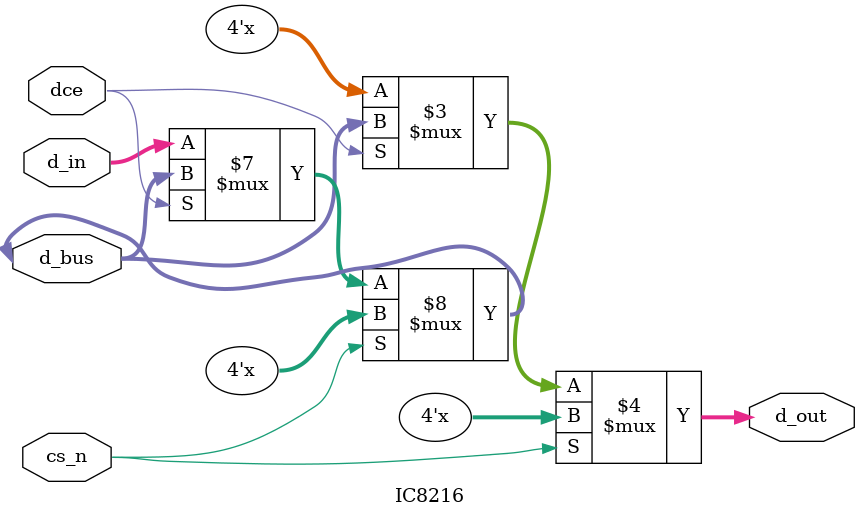
<source format=v>
`timescale 1ns / 1ps

module IC8216
(
    input tri [3:0] d_in,
    output tri [3:0] d_out,
    inout tri [3:0] d_bus,
    input wire cs_n,
    input wire dce
);

assign d_out = cs_n == 0 ? (dce == 1 ? d_bus : 4'bz) : 4'bz;
assign d_bus = cs_n == 0 ? (dce == 0 ? d_in : d_bus) : 4'bz;

endmodule

</source>
